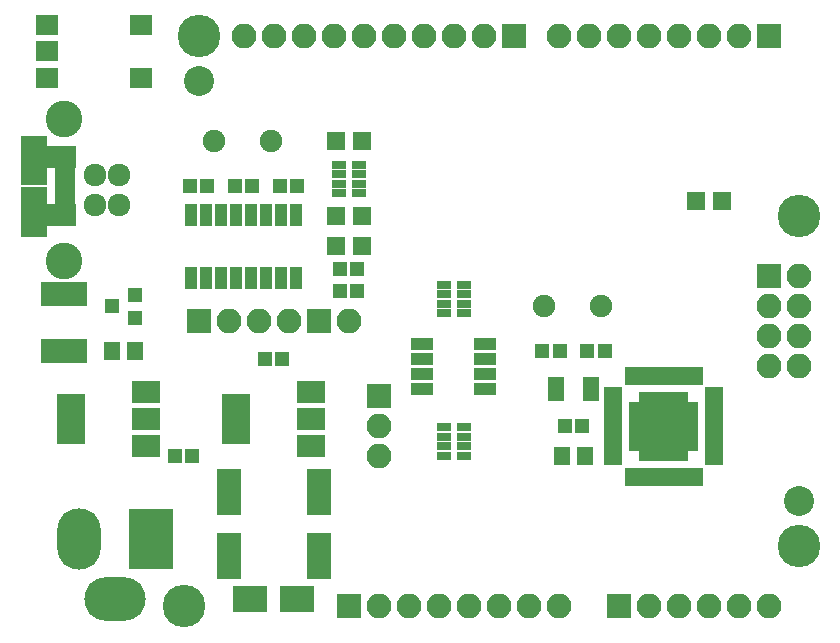
<source format=gbr>
G04 #@! TF.GenerationSoftware,KiCad,Pcbnew,5.1.5+dfsg1-2build2*
G04 #@! TF.CreationDate,2020-11-19T08:55:39-07:00*
G04 #@! TF.ProjectId,sduino_uno,73647569-6e6f-45f7-956e-6f2e6b696361,2017-11-15*
G04 #@! TF.SameCoordinates,Original*
G04 #@! TF.FileFunction,Soldermask,Top*
G04 #@! TF.FilePolarity,Negative*
%FSLAX46Y46*%
G04 Gerber Fmt 4.6, Leading zero omitted, Abs format (unit mm)*
G04 Created by KiCad (PCBNEW 5.1.5+dfsg1-2build2) date 2020-11-19 08:55:39*
%MOMM*%
%LPD*%
G04 APERTURE LIST*
%ADD10O,3.700000X5.200000*%
%ADD11R,3.700000X5.200000*%
%ADD12O,5.200000X3.700000*%
%ADD13R,1.950000X1.700000*%
%ADD14R,2.100000X2.100000*%
%ADD15O,2.100000X2.100000*%
%ADD16R,1.200000X1.150000*%
%ADD17R,1.600000X1.600000*%
%ADD18R,1.300000X0.800000*%
%ADD19R,2.400000X4.200000*%
%ADD20R,2.400000X1.900000*%
%ADD21R,1.000000X1.900000*%
%ADD22R,1.600000X1.000000*%
%ADD23R,1.000000X1.600000*%
%ADD24R,1.950000X1.000000*%
%ADD25C,1.920000*%
%ADD26C,3.100000*%
%ADD27R,2.900000X2.200000*%
%ADD28R,2.000000X3.900000*%
%ADD29C,3.600000*%
%ADD30C,1.900000*%
%ADD31R,1.400000X1.650000*%
%ADD32R,3.900000X2.000000*%
%ADD33R,1.400000X2.000000*%
%ADD34R,1.300000X1.200000*%
%ADD35C,2.540000*%
%ADD36R,1.100000X0.650000*%
%ADD37R,0.650000X1.100000*%
%ADD38R,2.125000X2.125000*%
%ADD39R,1.780000X0.850000*%
%ADD40R,2.500000X1.875000*%
%ADD41R,2.300000X2.775000*%
%ADD42R,2.300000X1.575000*%
G04 APERTURE END LIST*
D10*
X119380000Y-121285000D03*
D11*
X125480000Y-121285000D03*
D12*
X122430000Y-126365000D03*
D13*
X116675000Y-77760000D03*
X124625000Y-77760000D03*
X116675000Y-82260000D03*
X124625000Y-82260000D03*
X116675000Y-80010000D03*
D14*
X165100000Y-127000000D03*
D15*
X167640000Y-127000000D03*
X170180000Y-127000000D03*
X172720000Y-127000000D03*
X175260000Y-127000000D03*
X177800000Y-127000000D03*
D16*
X134100000Y-91440000D03*
X132600000Y-91440000D03*
X128790000Y-91440000D03*
X130290000Y-91440000D03*
X162445000Y-105410000D03*
X163945000Y-105410000D03*
X160135000Y-105410000D03*
X158635000Y-105410000D03*
D14*
X156210000Y-78740000D03*
D15*
X153670000Y-78740000D03*
X151130000Y-78740000D03*
X148590000Y-78740000D03*
X146050000Y-78740000D03*
X143510000Y-78740000D03*
X140970000Y-78740000D03*
X138430000Y-78740000D03*
X135890000Y-78740000D03*
X133350000Y-78740000D03*
D14*
X177800000Y-78740000D03*
D15*
X175260000Y-78740000D03*
X172720000Y-78740000D03*
X170180000Y-78740000D03*
X167640000Y-78740000D03*
X165100000Y-78740000D03*
X162560000Y-78740000D03*
X160020000Y-78740000D03*
D17*
X143340000Y-87630000D03*
X141140000Y-87630000D03*
X173820000Y-92710000D03*
X171620000Y-92710000D03*
D14*
X142240000Y-127000000D03*
D15*
X144780000Y-127000000D03*
X147320000Y-127000000D03*
X149860000Y-127000000D03*
X152400000Y-127000000D03*
X154940000Y-127000000D03*
X157480000Y-127000000D03*
X160020000Y-127000000D03*
D18*
X150280000Y-112630000D03*
X150280000Y-113430000D03*
X150280000Y-111830000D03*
X150280000Y-114230000D03*
X151980000Y-111830000D03*
X151980000Y-112630000D03*
X151980000Y-113430000D03*
X151980000Y-114230000D03*
X141390000Y-90405000D03*
X141390000Y-91205000D03*
X141390000Y-89605000D03*
X141390000Y-92005000D03*
X143090000Y-89605000D03*
X143090000Y-90405000D03*
X143090000Y-91205000D03*
X143090000Y-92005000D03*
D17*
X143340000Y-96520000D03*
X141140000Y-96520000D03*
X143340000Y-93980000D03*
X141140000Y-93980000D03*
D19*
X118770000Y-111125000D03*
D20*
X125070000Y-111125000D03*
X125070000Y-108825000D03*
X125070000Y-113425000D03*
D19*
X132740000Y-111125000D03*
D20*
X139040000Y-111125000D03*
X139040000Y-108825000D03*
X139040000Y-113425000D03*
D21*
X137795000Y-93820000D03*
X136525000Y-93820000D03*
X135255000Y-93820000D03*
X133985000Y-93820000D03*
X132715000Y-93820000D03*
X131445000Y-93820000D03*
X130175000Y-93820000D03*
X128905000Y-93820000D03*
X128905000Y-99220000D03*
X130175000Y-99220000D03*
X131445000Y-99220000D03*
X132715000Y-99220000D03*
X133985000Y-99220000D03*
X135255000Y-99220000D03*
X136525000Y-99220000D03*
X137795000Y-99220000D03*
D22*
X164660000Y-108960000D03*
X164660000Y-109760000D03*
X164660000Y-110560000D03*
X164660000Y-111360000D03*
X164660000Y-112160000D03*
X164660000Y-112960000D03*
X164660000Y-113760000D03*
X164660000Y-114560000D03*
D23*
X166110000Y-116010000D03*
X166910000Y-116010000D03*
X167710000Y-116010000D03*
X168510000Y-116010000D03*
X169310000Y-116010000D03*
X170110000Y-116010000D03*
X170910000Y-116010000D03*
X171710000Y-116010000D03*
D22*
X173160000Y-114560000D03*
X173160000Y-113760000D03*
X173160000Y-112960000D03*
X173160000Y-112160000D03*
X173160000Y-111360000D03*
X173160000Y-110560000D03*
X173160000Y-109760000D03*
X173160000Y-108960000D03*
D23*
X171710000Y-107510000D03*
X170910000Y-107510000D03*
X170110000Y-107510000D03*
X169310000Y-107510000D03*
X168510000Y-107510000D03*
X167710000Y-107510000D03*
X166910000Y-107510000D03*
X166110000Y-107510000D03*
D24*
X148430000Y-104775000D03*
X148430000Y-106045000D03*
X148430000Y-107315000D03*
X148430000Y-108585000D03*
X153830000Y-108585000D03*
X153830000Y-107315000D03*
X153830000Y-106045000D03*
X153830000Y-104775000D03*
D14*
X144780000Y-109220000D03*
D15*
X144780000Y-111760000D03*
X144780000Y-114300000D03*
D25*
X122810000Y-90455000D03*
X122810000Y-92995000D03*
X120810000Y-92995000D03*
X120810000Y-90455000D03*
D26*
X118110000Y-85725000D03*
X118110000Y-97725000D03*
D27*
X137890000Y-126365000D03*
X133890000Y-126365000D03*
D28*
X139700000Y-117315000D03*
X139700000Y-122715000D03*
X132080000Y-117315000D03*
X132080000Y-122715000D03*
D29*
X128270000Y-127000000D03*
X180340000Y-121920000D03*
X180340000Y-93980000D03*
X129540000Y-78740000D03*
D30*
X130810000Y-87630000D03*
X135690000Y-87630000D03*
X158750000Y-101600000D03*
X163630000Y-101600000D03*
D31*
X122190000Y-105410000D03*
X124190000Y-105410000D03*
X160290000Y-114300000D03*
X162290000Y-114300000D03*
D32*
X118110000Y-105410000D03*
X118110000Y-100530000D03*
D18*
X150280000Y-100565000D03*
X150280000Y-101365000D03*
X150280000Y-99765000D03*
X150280000Y-102165000D03*
X151980000Y-99765000D03*
X151980000Y-100565000D03*
X151980000Y-101365000D03*
X151980000Y-102165000D03*
D16*
X142990000Y-98425000D03*
X141490000Y-98425000D03*
X136640000Y-106045000D03*
X135140000Y-106045000D03*
X127520000Y-114300000D03*
X129020000Y-114300000D03*
X142990000Y-100330000D03*
X141490000Y-100330000D03*
X162040000Y-111760000D03*
X160540000Y-111760000D03*
D33*
X159790000Y-108585000D03*
X162790000Y-108585000D03*
D34*
X124190000Y-102550000D03*
X124190000Y-100650000D03*
X122190000Y-101600000D03*
D14*
X129540000Y-102870000D03*
D15*
X132080000Y-102870000D03*
X134620000Y-102870000D03*
X137160000Y-102870000D03*
D14*
X139700000Y-102870000D03*
D15*
X142240000Y-102870000D03*
D14*
X177800000Y-99060000D03*
D15*
X180340000Y-99060000D03*
X177800000Y-101600000D03*
X180340000Y-101600000D03*
X177800000Y-104140000D03*
X180340000Y-104140000D03*
X177800000Y-106680000D03*
X180340000Y-106680000D03*
D35*
X129540000Y-82550000D03*
X180340000Y-118110000D03*
D16*
X137910000Y-91440000D03*
X136410000Y-91440000D03*
D36*
X166510000Y-110010000D03*
X166510000Y-110510000D03*
X166510000Y-111010000D03*
X166510000Y-111510000D03*
X166510000Y-112010000D03*
X166510000Y-112510000D03*
X166510000Y-113010000D03*
X166510000Y-113510000D03*
D37*
X167160000Y-114160000D03*
X167660000Y-114160000D03*
X168160000Y-114160000D03*
X168660000Y-114160000D03*
X169160000Y-114160000D03*
X169660000Y-114160000D03*
X170160000Y-114160000D03*
X170660000Y-114160000D03*
D36*
X171310000Y-113510000D03*
X171310000Y-113010000D03*
X171310000Y-112510000D03*
X171310000Y-112010000D03*
X171310000Y-111510000D03*
X171310000Y-111010000D03*
X171310000Y-110510000D03*
X171310000Y-110010000D03*
D37*
X170660000Y-109360000D03*
X170160000Y-109360000D03*
X169660000Y-109360000D03*
X169160000Y-109360000D03*
X168660000Y-109360000D03*
X168160000Y-109360000D03*
X167660000Y-109360000D03*
X167160000Y-109360000D03*
D38*
X169772500Y-112622500D03*
X169772500Y-110897500D03*
X168047500Y-112622500D03*
X168047500Y-110897500D03*
D39*
X118230000Y-90140000D03*
X118230000Y-90790000D03*
X118230000Y-91440000D03*
X118230000Y-92090000D03*
X118230000Y-92740000D03*
D40*
X117870000Y-88977500D03*
X117870000Y-93902500D03*
D41*
X115570000Y-88530000D03*
X115570000Y-94350000D03*
D42*
X115570000Y-90600000D03*
X115570000Y-92280000D03*
M02*

</source>
